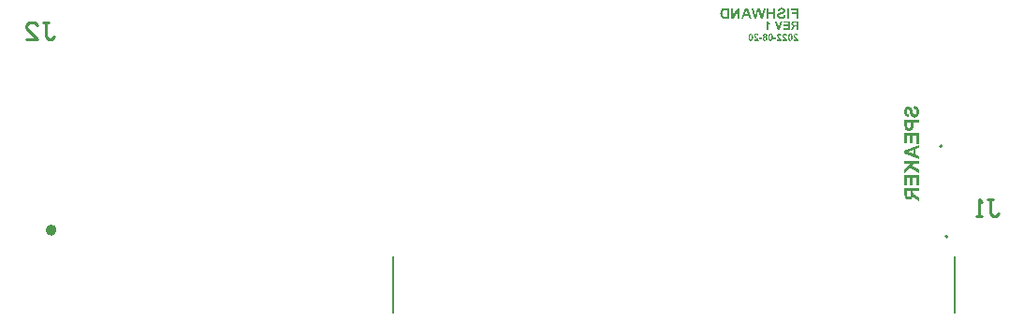
<source format=gbo>
G04*
G04 #@! TF.GenerationSoftware,Altium Limited,CircuitStudio,1.5.2 (30)*
G04*
G04 Layer_Color=13948096*
%FSLAX44Y44*%
%MOMM*%
G71*
G01*
G75*
%ADD61C,0.2540*%
%ADD62C,0.2000*%
%ADD66C,0.5000*%
G36*
X970028Y841936D02*
X968086D01*
Y846013D01*
X964078D01*
Y847635D01*
X968086D01*
Y849910D01*
X963440D01*
Y851533D01*
X970028D01*
Y841936D01*
D02*
G37*
G36*
X938144D02*
X936036D01*
X934122Y849106D01*
X932236Y841936D01*
X930142D01*
X927826Y851533D01*
X929782D01*
X931252Y844820D01*
X932916Y851533D01*
X935246D01*
X936993Y844931D01*
X938436Y851533D01*
X940419D01*
X938144Y841936D01*
D02*
G37*
G36*
X927798D02*
X925746D01*
X924956Y844113D01*
X921100D01*
X920268Y841936D01*
X918174D01*
X922029Y851533D01*
X924082D01*
X927798Y841936D01*
D02*
G37*
G36*
X961901D02*
X959959D01*
Y851533D01*
X961901D01*
Y841936D01*
D02*
G37*
G36*
X962280Y831930D02*
X956442D01*
Y833229D01*
X960726D01*
Y835316D01*
X956874D01*
Y836614D01*
X960726D01*
Y838313D01*
X956586D01*
Y839611D01*
X962280D01*
Y831930D01*
D02*
G37*
G36*
X970028D02*
X968474D01*
Y835138D01*
X967974D01*
X967819Y835127D01*
X967686Y835116D01*
X967575Y835094D01*
X967486Y835082D01*
X967430Y835060D01*
X967397Y835049D01*
X967386D01*
X967297Y835005D01*
X967208Y834960D01*
X967131Y834905D01*
X967053Y834861D01*
X966998Y834805D01*
X966953Y834761D01*
X966931Y834738D01*
X966920Y834727D01*
X966876Y834672D01*
X966820Y834616D01*
X966698Y834450D01*
X966565Y834272D01*
X966420Y834072D01*
X966298Y833895D01*
X966243Y833806D01*
X966198Y833739D01*
X966154Y833684D01*
X966121Y833640D01*
X966110Y833606D01*
X966098Y833595D01*
X964988Y831930D01*
X963124D01*
X964067Y833429D01*
X964167Y833584D01*
X964267Y833739D01*
X964356Y833873D01*
X964445Y833995D01*
X964522Y834106D01*
X964589Y834217D01*
X964722Y834383D01*
X964822Y834516D01*
X964889Y834605D01*
X964944Y834661D01*
X964955Y834672D01*
X965077Y834805D01*
X965222Y834927D01*
X965355Y835027D01*
X965488Y835127D01*
X965599Y835205D01*
X965688Y835260D01*
X965754Y835304D01*
X965766Y835316D01*
X965777D01*
X965588Y835349D01*
X965421Y835393D01*
X965266Y835438D01*
X965111Y835493D01*
X964977Y835549D01*
X964855Y835604D01*
X964733Y835660D01*
X964633Y835726D01*
X964545Y835782D01*
X964467Y835837D01*
X964400Y835893D01*
X964356Y835937D01*
X964311Y835971D01*
X964278Y836004D01*
X964267Y836015D01*
X964256Y836026D01*
X964167Y836137D01*
X964089Y836248D01*
X963956Y836492D01*
X963867Y836725D01*
X963812Y836958D01*
X963767Y837158D01*
X963756Y837236D01*
Y837314D01*
X963745Y837369D01*
Y837424D01*
Y837447D01*
Y837458D01*
X963756Y837702D01*
X963801Y837935D01*
X963856Y838135D01*
X963912Y838313D01*
X963978Y838457D01*
X964034Y838568D01*
X964056Y838601D01*
X964078Y838634D01*
X964089Y838645D01*
Y838657D01*
X964223Y838845D01*
X964367Y839001D01*
X964511Y839123D01*
X964656Y839234D01*
X964789Y839300D01*
X964889Y839356D01*
X964955Y839389D01*
X964966Y839400D01*
X964977D01*
X965088Y839434D01*
X965210Y839467D01*
X965488Y839522D01*
X965788Y839556D01*
X966076Y839589D01*
X966221D01*
X966343Y839600D01*
X966465D01*
X966565Y839611D01*
X970028D01*
Y831930D01*
D02*
G37*
G36*
X917134Y841936D02*
X915345D01*
Y848260D01*
X911448Y841936D01*
X909506D01*
Y851533D01*
X911295D01*
Y845070D01*
X915262Y851533D01*
X917134D01*
Y841936D01*
D02*
G37*
G36*
X949156D02*
X947214D01*
Y846138D01*
X943428D01*
Y841936D01*
X941487D01*
Y851533D01*
X943428D01*
Y847760D01*
X947214D01*
Y851533D01*
X949156D01*
Y841936D01*
D02*
G37*
G36*
X907454D02*
X903820D01*
X903446Y841949D01*
X903099Y841963D01*
X902808Y841991D01*
X902572Y842033D01*
X902378Y842074D01*
X902225Y842102D01*
X902184Y842116D01*
X902142D01*
X902128Y842130D01*
X902114D01*
X901809Y842241D01*
X901532Y842365D01*
X901310Y842490D01*
X901116Y842615D01*
X900963Y842726D01*
X900852Y842809D01*
X900783Y842865D01*
X900755Y842893D01*
X900519Y843156D01*
X900311Y843433D01*
X900131Y843725D01*
X899992Y843988D01*
X899881Y844238D01*
X899826Y844335D01*
X899798Y844418D01*
X899771Y844501D01*
X899743Y844557D01*
X899729Y844585D01*
Y844598D01*
X899632Y844931D01*
X899549Y845278D01*
X899493Y845611D01*
X899465Y845930D01*
X899452Y846082D01*
X899438Y846221D01*
Y846332D01*
X899424Y846443D01*
Y846526D01*
Y846581D01*
Y846623D01*
Y846637D01*
X899438Y847122D01*
X899479Y847552D01*
X899493Y847760D01*
X899521Y847941D01*
X899549Y848121D01*
X899576Y848273D01*
X899618Y848412D01*
X899646Y848537D01*
X899673Y848648D01*
X899687Y848731D01*
X899715Y848801D01*
X899729Y848856D01*
X899743Y848884D01*
Y848898D01*
X899868Y849230D01*
X900020Y849536D01*
X900173Y849799D01*
X900325Y850021D01*
X900450Y850201D01*
X900561Y850340D01*
X900630Y850423D01*
X900644Y850451D01*
X900658D01*
X900894Y850673D01*
X901130Y850853D01*
X901379Y851006D01*
X901601Y851130D01*
X901795Y851227D01*
X901962Y851297D01*
X902017Y851311D01*
X902059Y851324D01*
X902086Y851338D01*
X902100D01*
X902364Y851408D01*
X902655Y851449D01*
X902960Y851491D01*
X903251Y851505D01*
X903515Y851519D01*
X903626Y851533D01*
X907454D01*
Y841936D01*
D02*
G37*
G36*
X1079037Y710904D02*
X1075167D01*
X1073019Y708812D01*
X1079037Y705275D01*
Y701923D01*
X1071223Y707016D01*
X1066224Y702164D01*
Y705645D01*
X1071927Y710904D01*
X1066224D01*
Y713496D01*
X1079037D01*
Y710904D01*
D02*
G37*
G36*
Y724995D02*
X1076130Y723940D01*
Y718792D01*
X1079037Y717681D01*
Y714885D01*
X1066224Y720033D01*
Y722773D01*
X1079037Y727736D01*
Y724995D01*
D02*
G37*
G36*
Y686036D02*
X1073686D01*
Y685518D01*
Y685203D01*
X1073704Y684944D01*
X1073723Y684722D01*
X1073760Y684536D01*
X1073778Y684388D01*
X1073815Y684296D01*
X1073834Y684240D01*
Y684222D01*
X1073908Y684073D01*
X1073982Y683925D01*
X1074075Y683796D01*
X1074149Y683666D01*
X1074241Y683574D01*
X1074315Y683499D01*
X1074352Y683462D01*
X1074371Y683444D01*
X1074463Y683370D01*
X1074556Y683277D01*
X1074834Y683074D01*
X1075130Y682851D01*
X1075463Y682611D01*
X1075760Y682407D01*
X1075908Y682314D01*
X1076019Y682240D01*
X1076111Y682166D01*
X1076186Y682111D01*
X1076241Y682092D01*
X1076260Y682074D01*
X1079037Y680222D01*
Y677111D01*
X1076537Y678685D01*
X1076278Y678852D01*
X1076019Y679018D01*
X1075797Y679166D01*
X1075593Y679315D01*
X1075408Y679444D01*
X1075223Y679555D01*
X1074945Y679778D01*
X1074723Y679944D01*
X1074575Y680055D01*
X1074482Y680148D01*
X1074463Y680166D01*
X1074241Y680370D01*
X1074038Y680611D01*
X1073871Y680833D01*
X1073704Y681055D01*
X1073575Y681240D01*
X1073482Y681388D01*
X1073408Y681500D01*
X1073390Y681518D01*
Y681537D01*
X1073334Y681222D01*
X1073260Y680944D01*
X1073186Y680685D01*
X1073093Y680426D01*
X1073001Y680203D01*
X1072908Y680000D01*
X1072815Y679796D01*
X1072704Y679630D01*
X1072612Y679481D01*
X1072519Y679352D01*
X1072427Y679241D01*
X1072353Y679166D01*
X1072297Y679092D01*
X1072241Y679037D01*
X1072223Y679018D01*
X1072204Y679000D01*
X1072019Y678852D01*
X1071834Y678722D01*
X1071427Y678500D01*
X1071038Y678352D01*
X1070649Y678259D01*
X1070316Y678185D01*
X1070186Y678167D01*
X1070057D01*
X1069964Y678148D01*
X1069816D01*
X1069408Y678167D01*
X1069020Y678241D01*
X1068686Y678333D01*
X1068390Y678426D01*
X1068149Y678537D01*
X1067964Y678630D01*
X1067909Y678667D01*
X1067853Y678704D01*
X1067834Y678722D01*
X1067816D01*
X1067501Y678944D01*
X1067242Y679185D01*
X1067038Y679426D01*
X1066853Y679667D01*
X1066742Y679889D01*
X1066649Y680055D01*
X1066594Y680166D01*
X1066575Y680185D01*
Y680203D01*
X1066520Y680389D01*
X1066464Y680592D01*
X1066372Y681055D01*
X1066316Y681555D01*
X1066261Y682037D01*
Y682277D01*
X1066242Y682481D01*
Y682685D01*
X1066224Y682851D01*
Y682981D01*
Y683092D01*
Y683166D01*
Y683185D01*
Y688628D01*
X1079037D01*
Y686036D01*
D02*
G37*
G36*
Y690832D02*
X1076871D01*
Y697979D01*
X1073390D01*
Y691554D01*
X1071223D01*
Y697979D01*
X1068390D01*
Y691073D01*
X1066224D01*
Y700572D01*
X1079037D01*
Y690832D01*
D02*
G37*
G36*
X1075260Y762880D02*
X1075630Y762806D01*
X1075982Y762695D01*
X1076297Y762602D01*
X1076593Y762473D01*
X1076871Y762343D01*
X1077111Y762214D01*
X1077334Y762084D01*
X1077519Y761954D01*
X1077685Y761825D01*
X1077833Y761713D01*
X1077963Y761602D01*
X1078056Y761528D01*
X1078111Y761454D01*
X1078148Y761417D01*
X1078167Y761399D01*
X1078370Y761140D01*
X1078537Y760862D01*
X1078685Y760565D01*
X1078815Y760251D01*
X1078907Y759955D01*
X1079000Y759640D01*
X1079130Y759029D01*
X1079185Y758751D01*
X1079222Y758492D01*
X1079241Y758270D01*
X1079259Y758066D01*
X1079278Y757899D01*
Y757769D01*
Y757677D01*
Y757658D01*
X1079259Y757066D01*
X1079204Y756529D01*
X1079130Y756048D01*
X1079093Y755844D01*
X1079037Y755640D01*
X1079000Y755473D01*
X1078963Y755325D01*
X1078926Y755196D01*
X1078889Y755085D01*
X1078852Y754992D01*
X1078833Y754937D01*
X1078815Y754899D01*
Y754881D01*
X1078611Y754473D01*
X1078389Y754140D01*
X1078167Y753826D01*
X1077926Y753585D01*
X1077722Y753400D01*
X1077537Y753251D01*
X1077426Y753177D01*
X1077408Y753140D01*
X1077389D01*
X1077019Y752937D01*
X1076667Y752770D01*
X1076315Y752659D01*
X1075982Y752585D01*
X1075723Y752548D01*
X1075593Y752529D01*
X1075500Y752511D01*
X1075315D01*
X1074871Y752529D01*
X1074482Y752585D01*
X1074130Y752677D01*
X1073834Y752770D01*
X1073593Y752863D01*
X1073427Y752955D01*
X1073315Y753011D01*
X1073278Y753029D01*
X1072982Y753233D01*
X1072723Y753474D01*
X1072501Y753714D01*
X1072316Y753937D01*
X1072167Y754140D01*
X1072056Y754307D01*
X1071982Y754418D01*
X1071964Y754436D01*
Y754455D01*
X1071871Y754640D01*
X1071778Y754825D01*
X1071612Y755270D01*
X1071464Y755733D01*
X1071316Y756177D01*
X1071260Y756381D01*
X1071205Y756584D01*
X1071149Y756770D01*
X1071112Y756918D01*
X1071075Y757047D01*
X1071056Y757140D01*
X1071038Y757214D01*
Y757233D01*
X1070945Y757566D01*
X1070871Y757862D01*
X1070797Y758140D01*
X1070723Y758399D01*
X1070649Y758603D01*
X1070575Y758806D01*
X1070501Y758973D01*
X1070445Y759121D01*
X1070390Y759251D01*
X1070334Y759343D01*
X1070297Y759436D01*
X1070260Y759492D01*
X1070205Y759584D01*
X1070186Y759603D01*
X1070057Y759732D01*
X1069927Y759825D01*
X1069797Y759880D01*
X1069668Y759917D01*
X1069575Y759955D01*
X1069482Y759973D01*
X1069408D01*
X1069223Y759955D01*
X1069075Y759917D01*
X1068927Y759843D01*
X1068816Y759769D01*
X1068723Y759695D01*
X1068668Y759621D01*
X1068631Y759584D01*
X1068612Y759566D01*
X1068446Y759306D01*
X1068334Y759029D01*
X1068242Y758732D01*
X1068186Y758455D01*
X1068149Y758214D01*
X1068131Y758010D01*
Y757936D01*
Y757881D01*
Y757844D01*
Y757825D01*
X1068149Y757436D01*
X1068205Y757103D01*
X1068279Y756825D01*
X1068353Y756603D01*
X1068427Y756418D01*
X1068501Y756288D01*
X1068557Y756214D01*
X1068575Y756196D01*
X1068760Y756010D01*
X1068982Y755844D01*
X1069205Y755714D01*
X1069445Y755622D01*
X1069649Y755547D01*
X1069816Y755510D01*
X1069945Y755473D01*
X1069982D01*
X1069890Y752881D01*
X1069557Y752900D01*
X1069260Y752955D01*
X1068964Y753029D01*
X1068705Y753122D01*
X1068446Y753214D01*
X1068205Y753326D01*
X1068001Y753437D01*
X1067797Y753548D01*
X1067631Y753677D01*
X1067483Y753788D01*
X1067353Y753900D01*
X1067242Y753992D01*
X1067168Y754066D01*
X1067112Y754122D01*
X1067075Y754159D01*
X1067057Y754177D01*
X1066872Y754418D01*
X1066705Y754677D01*
X1066557Y754955D01*
X1066427Y755251D01*
X1066335Y755547D01*
X1066242Y755844D01*
X1066112Y756436D01*
X1066075Y756714D01*
X1066038Y756955D01*
X1066020Y757196D01*
X1066001Y757399D01*
X1065983Y757566D01*
Y757677D01*
Y757751D01*
Y757788D01*
X1066001Y758325D01*
X1066057Y758806D01*
X1066131Y759232D01*
X1066205Y759603D01*
X1066261Y759769D01*
X1066298Y759917D01*
X1066335Y760029D01*
X1066372Y760140D01*
X1066409Y760214D01*
X1066427Y760269D01*
X1066446Y760306D01*
Y760325D01*
X1066631Y760695D01*
X1066835Y761010D01*
X1067057Y761288D01*
X1067261Y761510D01*
X1067446Y761695D01*
X1067594Y761806D01*
X1067705Y761899D01*
X1067723Y761917D01*
X1067742D01*
X1068057Y762102D01*
X1068390Y762232D01*
X1068705Y762325D01*
X1068982Y762380D01*
X1069223Y762417D01*
X1069408Y762454D01*
X1069575D01*
X1069853Y762436D01*
X1070130Y762399D01*
X1070371Y762343D01*
X1070612Y762269D01*
X1071056Y762084D01*
X1071445Y761862D01*
X1071612Y761769D01*
X1071741Y761658D01*
X1071871Y761565D01*
X1071982Y761473D01*
X1072056Y761399D01*
X1072112Y761343D01*
X1072149Y761306D01*
X1072167Y761288D01*
X1072297Y761121D01*
X1072427Y760917D01*
X1072556Y760714D01*
X1072667Y760473D01*
X1072889Y760010D01*
X1073075Y759529D01*
X1073149Y759288D01*
X1073223Y759084D01*
X1073278Y758880D01*
X1073334Y758714D01*
X1073371Y758584D01*
X1073408Y758473D01*
X1073427Y758399D01*
Y758381D01*
X1073501Y758084D01*
X1073575Y757825D01*
X1073630Y757584D01*
X1073686Y757362D01*
X1073741Y757177D01*
X1073778Y757010D01*
X1073834Y756862D01*
X1073871Y756733D01*
X1073889Y756621D01*
X1073926Y756529D01*
X1073963Y756399D01*
X1074000Y756325D01*
Y756307D01*
X1074093Y756066D01*
X1074186Y755881D01*
X1074278Y755714D01*
X1074371Y755584D01*
X1074445Y755492D01*
X1074501Y755436D01*
X1074538Y755399D01*
X1074556Y755381D01*
X1074686Y755288D01*
X1074815Y755214D01*
X1074945Y755177D01*
X1075056Y755140D01*
X1075167Y755122D01*
X1075260Y755103D01*
X1075334D01*
X1075593Y755122D01*
X1075815Y755196D01*
X1076037Y755307D01*
X1076223Y755418D01*
X1076371Y755547D01*
X1076482Y755640D01*
X1076556Y755714D01*
X1076574Y755751D01*
X1076741Y756010D01*
X1076871Y756307D01*
X1076963Y756621D01*
X1077019Y756918D01*
X1077056Y757196D01*
X1077093Y757418D01*
Y757510D01*
Y757566D01*
Y757603D01*
Y757621D01*
X1077074Y758047D01*
X1077000Y758418D01*
X1076908Y758732D01*
X1076796Y759010D01*
X1076685Y759232D01*
X1076593Y759380D01*
X1076519Y759473D01*
X1076500Y759510D01*
X1076241Y759751D01*
X1075963Y759936D01*
X1075648Y760103D01*
X1075334Y760214D01*
X1075056Y760306D01*
X1074834Y760380D01*
X1074760Y760399D01*
X1074686D01*
X1074649Y760417D01*
X1074630D01*
X1074871Y762936D01*
X1075260Y762880D01*
D02*
G37*
G36*
X955161Y851699D02*
X955521Y851657D01*
X955840Y851602D01*
X956118Y851546D01*
X956243Y851505D01*
X956354Y851477D01*
X956437Y851449D01*
X956520Y851422D01*
X956575Y851394D01*
X956617Y851380D01*
X956645Y851366D01*
X956659D01*
X956936Y851227D01*
X957172Y851075D01*
X957380Y850909D01*
X957546Y850756D01*
X957685Y850617D01*
X957768Y850506D01*
X957838Y850423D01*
X957851Y850409D01*
Y850395D01*
X957990Y850160D01*
X958087Y849910D01*
X958157Y849674D01*
X958198Y849466D01*
X958226Y849286D01*
X958253Y849147D01*
Y849092D01*
Y849050D01*
Y849036D01*
Y849022D01*
X958240Y848814D01*
X958212Y848606D01*
X958170Y848426D01*
X958115Y848246D01*
X957976Y847913D01*
X957810Y847622D01*
X957740Y847497D01*
X957657Y847400D01*
X957588Y847303D01*
X957518Y847219D01*
X957463Y847164D01*
X957421Y847122D01*
X957394Y847095D01*
X957380Y847081D01*
X957255Y846984D01*
X957103Y846887D01*
X956950Y846790D01*
X956770Y846706D01*
X956423Y846540D01*
X956062Y846401D01*
X955882Y846346D01*
X955730Y846290D01*
X955577Y846249D01*
X955452Y846207D01*
X955355Y846179D01*
X955272Y846152D01*
X955216Y846138D01*
X955202D01*
X954981Y846082D01*
X954786Y846027D01*
X954606Y845985D01*
X954440Y845944D01*
X954301Y845902D01*
X954176Y845874D01*
X954065Y845833D01*
X953968Y845805D01*
X953885Y845791D01*
X953816Y845763D01*
X953719Y845736D01*
X953663Y845708D01*
X953649D01*
X953469Y845639D01*
X953330Y845569D01*
X953205Y845500D01*
X953108Y845431D01*
X953039Y845375D01*
X952997Y845333D01*
X952970Y845306D01*
X952956Y845292D01*
X952887Y845195D01*
X952831Y845098D01*
X952803Y845001D01*
X952775Y844917D01*
X952762Y844834D01*
X952748Y844765D01*
Y844723D01*
Y844709D01*
X952762Y844515D01*
X952817Y844349D01*
X952900Y844182D01*
X952983Y844044D01*
X953081Y843933D01*
X953150Y843849D01*
X953205Y843794D01*
X953233Y843780D01*
X953427Y843655D01*
X953649Y843558D01*
X953885Y843489D01*
X954107Y843447D01*
X954315Y843419D01*
X954481Y843392D01*
X954634D01*
X954953Y843406D01*
X955230Y843461D01*
X955466Y843531D01*
X955674Y843614D01*
X955840Y843697D01*
X955951Y843766D01*
X956021Y843822D01*
X956049Y843836D01*
X956229Y844030D01*
X956367Y844238D01*
X956492Y844473D01*
X956575Y844709D01*
X956645Y844917D01*
X956700Y845084D01*
X956714Y845139D01*
Y845195D01*
X956728Y845222D01*
Y845236D01*
X958614Y845056D01*
X958572Y844765D01*
X958517Y844487D01*
X958434Y844224D01*
X958364Y843988D01*
X958267Y843766D01*
X958170Y843558D01*
X958073Y843378D01*
X957976Y843212D01*
X957879Y843073D01*
X957782Y842948D01*
X957699Y842837D01*
X957616Y842740D01*
X957560Y842671D01*
X957505Y842629D01*
X957477Y842601D01*
X957463Y842587D01*
X957269Y842435D01*
X957061Y842310D01*
X956839Y842199D01*
X956603Y842102D01*
X956381Y842033D01*
X956145Y841963D01*
X955688Y841866D01*
X955480Y841825D01*
X955286Y841797D01*
X955119Y841783D01*
X954967Y841769D01*
X954842Y841755D01*
X954662D01*
X954218Y841769D01*
X953816Y841811D01*
X953455Y841866D01*
X953303Y841894D01*
X953150Y841936D01*
X953025Y841963D01*
X952914Y841991D01*
X952817Y842019D01*
X952734Y842047D01*
X952665Y842074D01*
X952623Y842088D01*
X952595Y842102D01*
X952581D01*
X952276Y842255D01*
X952027Y842421D01*
X951791Y842587D01*
X951611Y842768D01*
X951472Y842920D01*
X951361Y843059D01*
X951305Y843142D01*
X951278Y843156D01*
Y843170D01*
X951125Y843447D01*
X951000Y843711D01*
X950917Y843974D01*
X950862Y844224D01*
X950834Y844418D01*
X950820Y844515D01*
X950806Y844585D01*
Y844640D01*
Y844682D01*
Y844709D01*
Y844723D01*
X950820Y845056D01*
X950862Y845347D01*
X950931Y845611D01*
X951000Y845833D01*
X951070Y846013D01*
X951139Y846138D01*
X951181Y846221D01*
X951195Y846249D01*
X951347Y846471D01*
X951527Y846665D01*
X951708Y846831D01*
X951874Y846970D01*
X952027Y847081D01*
X952151Y847164D01*
X952235Y847219D01*
X952249Y847233D01*
X952262D01*
X952401Y847303D01*
X952540Y847372D01*
X952873Y847497D01*
X953219Y847608D01*
X953552Y847719D01*
X953705Y847760D01*
X953857Y847802D01*
X953996Y847844D01*
X954107Y847871D01*
X954204Y847899D01*
X954273Y847913D01*
X954329Y847927D01*
X954343D01*
X954592Y847996D01*
X954814Y848052D01*
X955022Y848107D01*
X955216Y848163D01*
X955369Y848218D01*
X955521Y848273D01*
X955646Y848329D01*
X955757Y848371D01*
X955854Y848412D01*
X955924Y848454D01*
X955993Y848482D01*
X956035Y848509D01*
X956104Y848551D01*
X956118Y848565D01*
X956215Y848662D01*
X956284Y848759D01*
X956326Y848856D01*
X956354Y848953D01*
X956381Y849022D01*
X956395Y849092D01*
Y849133D01*
Y849147D01*
X956381Y849286D01*
X956354Y849397D01*
X956298Y849508D01*
X956243Y849591D01*
X956187Y849660D01*
X956132Y849702D01*
X956104Y849730D01*
X956090Y849743D01*
X955896Y849868D01*
X955688Y849952D01*
X955466Y850021D01*
X955258Y850062D01*
X955078Y850090D01*
X954925Y850104D01*
X954786D01*
X954495Y850090D01*
X954246Y850049D01*
X954037Y849993D01*
X953871Y849938D01*
X953732Y849882D01*
X953635Y849827D01*
X953580Y849785D01*
X953566Y849771D01*
X953427Y849633D01*
X953303Y849466D01*
X953205Y849300D01*
X953136Y849119D01*
X953081Y848967D01*
X953053Y848842D01*
X953025Y848745D01*
Y848731D01*
Y848717D01*
X951084Y848787D01*
X951097Y849036D01*
X951139Y849258D01*
X951195Y849480D01*
X951264Y849674D01*
X951333Y849868D01*
X951416Y850049D01*
X951500Y850201D01*
X951583Y850354D01*
X951680Y850479D01*
X951763Y850590D01*
X951846Y850687D01*
X951916Y850770D01*
X951971Y850825D01*
X952013Y850867D01*
X952040Y850895D01*
X952054Y850909D01*
X952235Y851047D01*
X952429Y851172D01*
X952637Y851283D01*
X952859Y851380D01*
X953081Y851449D01*
X953303Y851519D01*
X953746Y851616D01*
X953954Y851644D01*
X954135Y851671D01*
X954315Y851685D01*
X954467Y851699D01*
X954592Y851713D01*
X954759D01*
X955161Y851699D01*
D02*
G37*
G36*
X1079037Y728624D02*
X1076871D01*
Y735772D01*
X1073390D01*
Y729346D01*
X1071223D01*
Y735772D01*
X1068390D01*
Y728865D01*
X1066224D01*
Y738364D01*
X1079037D01*
Y728624D01*
D02*
G37*
G36*
Y747715D02*
X1074204D01*
Y746030D01*
Y745715D01*
Y745419D01*
X1074186Y745141D01*
Y744882D01*
X1074167Y744641D01*
X1074149Y744419D01*
X1074130Y744215D01*
X1074112Y744049D01*
Y743882D01*
X1074093Y743752D01*
X1074075Y743623D01*
X1074056Y743530D01*
Y743456D01*
X1074038Y743401D01*
Y743382D01*
Y743364D01*
X1073963Y743104D01*
X1073871Y742864D01*
X1073778Y742641D01*
X1073667Y742438D01*
X1073575Y742271D01*
X1073501Y742141D01*
X1073445Y742067D01*
X1073427Y742030D01*
X1073241Y741790D01*
X1073038Y741586D01*
X1072815Y741382D01*
X1072630Y741234D01*
X1072445Y741105D01*
X1072297Y741012D01*
X1072204Y740956D01*
X1072167Y740938D01*
X1071853Y740790D01*
X1071519Y740679D01*
X1071168Y740605D01*
X1070853Y740549D01*
X1070593Y740512D01*
X1070464D01*
X1070371Y740493D01*
X1070168D01*
X1069631Y740530D01*
X1069131Y740605D01*
X1068723Y740734D01*
X1068353Y740864D01*
X1068205Y740938D01*
X1068075Y741012D01*
X1067964Y741068D01*
X1067853Y741142D01*
X1067779Y741179D01*
X1067723Y741216D01*
X1067705Y741253D01*
X1067686D01*
X1067353Y741549D01*
X1067075Y741845D01*
X1066853Y742160D01*
X1066686Y742438D01*
X1066575Y742697D01*
X1066483Y742901D01*
X1066464Y742975D01*
X1066446Y743030D01*
X1066427Y743067D01*
Y743086D01*
X1066390Y743234D01*
X1066353Y743419D01*
X1066335Y743641D01*
X1066316Y743864D01*
X1066279Y744382D01*
X1066242Y744901D01*
Y745141D01*
Y745382D01*
X1066224Y745586D01*
Y745789D01*
Y745937D01*
Y746049D01*
Y746141D01*
Y746160D01*
Y750307D01*
X1079037D01*
Y747715D01*
D02*
G37*
G36*
X953156Y831930D02*
X951480D01*
X948749Y839611D01*
X950403D01*
X952279Y833928D01*
X954233Y839611D01*
X955909D01*
X953156Y831930D01*
D02*
G37*
G36*
X953007Y828361D02*
X953155Y828352D01*
X953441Y828306D01*
X953682Y828232D01*
X953792Y828195D01*
X953894Y828149D01*
X953987Y828112D01*
X954061Y828065D01*
X954135Y828028D01*
X954190Y828001D01*
X954236Y827964D01*
X954264Y827945D01*
X954283Y827936D01*
X954292Y827927D01*
X954393Y827834D01*
X954486Y827742D01*
X954569Y827631D01*
X954643Y827511D01*
X954754Y827270D01*
X954846Y827039D01*
X954874Y826919D01*
X954902Y826817D01*
X954930Y826725D01*
X954939Y826642D01*
X954958Y826568D01*
Y826521D01*
X954967Y826485D01*
Y826475D01*
X953746Y826355D01*
X953728Y826540D01*
X953691Y826697D01*
X953654Y826836D01*
X953608Y826937D01*
X953571Y827021D01*
X953534Y827076D01*
X953506Y827113D01*
X953497Y827122D01*
X953404Y827196D01*
X953303Y827252D01*
X953201Y827298D01*
X953099Y827326D01*
X953016Y827344D01*
X952942Y827354D01*
X952877D01*
X952738Y827344D01*
X952618Y827317D01*
X952517Y827280D01*
X952424Y827243D01*
X952359Y827206D01*
X952304Y827169D01*
X952276Y827141D01*
X952267Y827132D01*
X952193Y827039D01*
X952138Y826937D01*
X952101Y826836D01*
X952073Y826734D01*
X952054Y826642D01*
X952045Y826558D01*
Y826512D01*
Y826503D01*
Y826494D01*
X952054Y826355D01*
X952082Y826226D01*
X952128Y826096D01*
X952175Y825985D01*
X952221Y825883D01*
X952267Y825809D01*
X952295Y825763D01*
X952304Y825745D01*
X952341Y825689D01*
X952396Y825625D01*
X952470Y825541D01*
X952544Y825467D01*
X952711Y825292D01*
X952877Y825116D01*
X953044Y824950D01*
X953118Y824876D01*
X953192Y824820D01*
X953247Y824765D01*
X953284Y824728D01*
X953312Y824700D01*
X953321Y824691D01*
X953506Y824515D01*
X953672Y824349D01*
X953829Y824192D01*
X953968Y824053D01*
X954098Y823914D01*
X954209Y823785D01*
X954310Y823674D01*
X954393Y823563D01*
X954467Y823470D01*
X954532Y823387D01*
X954588Y823323D01*
X954625Y823258D01*
X954662Y823221D01*
X954680Y823184D01*
X954699Y823165D01*
Y823156D01*
X954819Y822943D01*
X954911Y822721D01*
X954985Y822518D01*
X955041Y822333D01*
X955078Y822167D01*
X955087Y822102D01*
X955096Y822047D01*
X955105Y822000D01*
X955115Y821963D01*
Y821945D01*
Y821936D01*
X950815D01*
Y823073D01*
X953256D01*
X953182Y823193D01*
X953099Y823295D01*
X953062Y823341D01*
X953034Y823378D01*
X953016Y823396D01*
X953007Y823406D01*
X952970Y823443D01*
X952933Y823489D01*
X952822Y823591D01*
X952701Y823711D01*
X952581Y823831D01*
X952461Y823942D01*
X952359Y824034D01*
X952322Y824071D01*
X952295Y824099D01*
X952276Y824108D01*
X952267Y824118D01*
X952064Y824312D01*
X951897Y824469D01*
X951758Y824617D01*
X951648Y824728D01*
X951564Y824820D01*
X951509Y824885D01*
X951472Y824931D01*
X951463Y824940D01*
X951342Y825098D01*
X951241Y825246D01*
X951158Y825384D01*
X951093Y825504D01*
X951037Y825606D01*
X951000Y825689D01*
X950982Y825736D01*
X950973Y825754D01*
X950917Y825902D01*
X950880Y826050D01*
X950852Y826189D01*
X950834Y826318D01*
X950825Y826420D01*
X950815Y826503D01*
Y826558D01*
Y826577D01*
X950825Y826716D01*
X950843Y826854D01*
X950862Y826984D01*
X950899Y827104D01*
X950991Y827317D01*
X951084Y827502D01*
X951139Y827585D01*
X951185Y827649D01*
X951232Y827714D01*
X951278Y827760D01*
X951315Y827797D01*
X951333Y827834D01*
X951352Y827844D01*
X951361Y827853D01*
X951463Y827945D01*
X951583Y828028D01*
X951694Y828093D01*
X951823Y828149D01*
X952064Y828241D01*
X952304Y828306D01*
X952415Y828324D01*
X952517Y828343D01*
X952609Y828352D01*
X952692Y828361D01*
X952757Y828371D01*
X952850D01*
X953007Y828361D01*
D02*
G37*
G36*
X963001D02*
X963158Y828343D01*
X963316Y828306D01*
X963454Y828269D01*
X963584Y828213D01*
X963704Y828158D01*
X963805Y828102D01*
X963907Y828038D01*
X963990Y827973D01*
X964074Y827917D01*
X964138Y827862D01*
X964185Y827807D01*
X964231Y827770D01*
X964258Y827733D01*
X964277Y827714D01*
X964286Y827705D01*
X964397Y827548D01*
X964490Y827363D01*
X964573Y827169D01*
X964647Y826965D01*
X964702Y826753D01*
X964758Y826531D01*
X964795Y826318D01*
X964832Y826105D01*
X964850Y825902D01*
X964869Y825717D01*
X964887Y825541D01*
X964896Y825394D01*
X964906Y825273D01*
Y825181D01*
Y825144D01*
Y825116D01*
Y825107D01*
Y825098D01*
X964896Y824765D01*
X964878Y824460D01*
X964850Y824173D01*
X964813Y823914D01*
X964776Y823683D01*
X964730Y823470D01*
X964675Y823286D01*
X964619Y823119D01*
X964573Y822980D01*
X964517Y822851D01*
X964471Y822749D01*
X964425Y822666D01*
X964397Y822610D01*
X964370Y822564D01*
X964351Y822537D01*
X964342Y822527D01*
X964231Y822398D01*
X964111Y822296D01*
X963990Y822195D01*
X963861Y822121D01*
X963741Y822047D01*
X963611Y821991D01*
X963491Y821945D01*
X963371Y821908D01*
X963260Y821871D01*
X963158Y821852D01*
X963066Y821834D01*
X962992Y821825D01*
X962927D01*
X962872Y821815D01*
X962835D01*
X962668Y821825D01*
X962511Y821843D01*
X962354Y821880D01*
X962215Y821917D01*
X962086Y821963D01*
X961966Y822019D01*
X961864Y822084D01*
X961762Y822148D01*
X961679Y822204D01*
X961596Y822269D01*
X961531Y822324D01*
X961476Y822370D01*
X961439Y822407D01*
X961411Y822444D01*
X961392Y822463D01*
X961383Y822472D01*
X961272Y822629D01*
X961180Y822814D01*
X961087Y823008D01*
X961023Y823221D01*
X960958Y823433D01*
X960912Y823646D01*
X960865Y823868D01*
X960828Y824081D01*
X960810Y824284D01*
X960791Y824469D01*
X960773Y824645D01*
X960764Y824792D01*
X960754Y824913D01*
Y825005D01*
Y825042D01*
Y825070D01*
Y825079D01*
Y825088D01*
X960764Y825421D01*
X960782Y825726D01*
X960810Y826004D01*
X960856Y826263D01*
X960902Y826503D01*
X960949Y826716D01*
X961013Y826910D01*
X961069Y827076D01*
X961124Y827233D01*
X961180Y827354D01*
X961235Y827465D01*
X961282Y827557D01*
X961328Y827622D01*
X961355Y827668D01*
X961374Y827696D01*
X961383Y827705D01*
X961485Y827825D01*
X961596Y827927D01*
X961716Y828010D01*
X961836Y828093D01*
X961956Y828158D01*
X962077Y828204D01*
X962188Y828250D01*
X962308Y828287D01*
X962419Y828315D01*
X962511Y828334D01*
X962604Y828352D01*
X962678Y828361D01*
X962742Y828371D01*
X962835D01*
X963001Y828361D01*
D02*
G37*
G36*
X957981D02*
X958129Y828352D01*
X958415Y828306D01*
X958656Y828232D01*
X958767Y828195D01*
X958868Y828149D01*
X958961Y828112D01*
X959035Y828065D01*
X959109Y828028D01*
X959164Y828001D01*
X959211Y827964D01*
X959238Y827945D01*
X959257Y827936D01*
X959266Y827927D01*
X959368Y827834D01*
X959460Y827742D01*
X959543Y827631D01*
X959617Y827511D01*
X959728Y827270D01*
X959821Y827039D01*
X959848Y826919D01*
X959876Y826817D01*
X959904Y826725D01*
X959913Y826642D01*
X959932Y826568D01*
Y826521D01*
X959941Y826485D01*
Y826475D01*
X958720Y826355D01*
X958702Y826540D01*
X958665Y826697D01*
X958628Y826836D01*
X958582Y826937D01*
X958545Y827021D01*
X958508Y827076D01*
X958480Y827113D01*
X958471Y827122D01*
X958378Y827196D01*
X958277Y827252D01*
X958175Y827298D01*
X958073Y827326D01*
X957990Y827344D01*
X957916Y827354D01*
X957851D01*
X957713Y827344D01*
X957592Y827317D01*
X957491Y827280D01*
X957398Y827243D01*
X957334Y827206D01*
X957278Y827169D01*
X957250Y827141D01*
X957241Y827132D01*
X957167Y827039D01*
X957112Y826937D01*
X957075Y826836D01*
X957047Y826734D01*
X957029Y826642D01*
X957019Y826558D01*
Y826512D01*
Y826503D01*
Y826494D01*
X957029Y826355D01*
X957056Y826226D01*
X957103Y826096D01*
X957149Y825985D01*
X957195Y825883D01*
X957241Y825809D01*
X957269Y825763D01*
X957278Y825745D01*
X957315Y825689D01*
X957371Y825625D01*
X957445Y825541D01*
X957518Y825467D01*
X957685Y825292D01*
X957851Y825116D01*
X958018Y824950D01*
X958092Y824876D01*
X958166Y824820D01*
X958221Y824765D01*
X958258Y824728D01*
X958286Y824700D01*
X958295Y824691D01*
X958480Y824515D01*
X958646Y824349D01*
X958804Y824192D01*
X958942Y824053D01*
X959072Y823914D01*
X959183Y823785D01*
X959284Y823674D01*
X959368Y823563D01*
X959442Y823470D01*
X959506Y823387D01*
X959562Y823323D01*
X959599Y823258D01*
X959636Y823221D01*
X959654Y823184D01*
X959673Y823165D01*
Y823156D01*
X959793Y822943D01*
X959885Y822721D01*
X959959Y822518D01*
X960015Y822333D01*
X960052Y822167D01*
X960061Y822102D01*
X960070Y822047D01*
X960079Y822000D01*
X960089Y821963D01*
Y821945D01*
Y821936D01*
X955790D01*
Y823073D01*
X958230D01*
X958157Y823193D01*
X958073Y823295D01*
X958036Y823341D01*
X958008Y823378D01*
X957990Y823396D01*
X957981Y823406D01*
X957944Y823443D01*
X957907Y823489D01*
X957796Y823591D01*
X957676Y823711D01*
X957555Y823831D01*
X957435Y823942D01*
X957334Y824034D01*
X957297Y824071D01*
X957269Y824099D01*
X957250Y824108D01*
X957241Y824118D01*
X957038Y824312D01*
X956871Y824469D01*
X956733Y824617D01*
X956622Y824728D01*
X956538Y824820D01*
X956483Y824885D01*
X956446Y824931D01*
X956437Y824940D01*
X956317Y825098D01*
X956215Y825246D01*
X956132Y825384D01*
X956067Y825504D01*
X956012Y825606D01*
X955975Y825689D01*
X955956Y825736D01*
X955947Y825754D01*
X955891Y825902D01*
X955854Y826050D01*
X955827Y826189D01*
X955808Y826318D01*
X955799Y826420D01*
X955790Y826503D01*
Y826558D01*
Y826577D01*
X955799Y826716D01*
X955817Y826854D01*
X955836Y826984D01*
X955873Y827104D01*
X955965Y827317D01*
X956058Y827502D01*
X956113Y827585D01*
X956159Y827649D01*
X956206Y827714D01*
X956252Y827760D01*
X956289Y827797D01*
X956307Y827834D01*
X956326Y827844D01*
X956335Y827853D01*
X956437Y827945D01*
X956557Y828028D01*
X956668Y828093D01*
X956797Y828149D01*
X957038Y828241D01*
X957278Y828306D01*
X957389Y828324D01*
X957491Y828343D01*
X957583Y828352D01*
X957666Y828361D01*
X957731Y828371D01*
X957824D01*
X957981Y828361D01*
D02*
G37*
G36*
X949863Y823646D02*
X947450D01*
Y824876D01*
X949863D01*
Y823646D01*
D02*
G37*
G36*
X936938D02*
X934525D01*
Y824876D01*
X936938D01*
Y823646D01*
D02*
G37*
G36*
X932130Y828361D02*
X932278Y828352D01*
X932565Y828306D01*
X932805Y828232D01*
X932916Y828195D01*
X933018Y828149D01*
X933110Y828112D01*
X933184Y828065D01*
X933258Y828028D01*
X933314Y828001D01*
X933360Y827964D01*
X933388Y827945D01*
X933406Y827936D01*
X933415Y827927D01*
X933517Y827834D01*
X933609Y827742D01*
X933693Y827631D01*
X933767Y827511D01*
X933877Y827270D01*
X933970Y827039D01*
X933998Y826919D01*
X934025Y826817D01*
X934053Y826725D01*
X934062Y826642D01*
X934081Y826568D01*
Y826521D01*
X934090Y826485D01*
Y826475D01*
X932870Y826355D01*
X932851Y826540D01*
X932814Y826697D01*
X932777Y826836D01*
X932731Y826937D01*
X932694Y827021D01*
X932657Y827076D01*
X932629Y827113D01*
X932620Y827122D01*
X932528Y827196D01*
X932426Y827252D01*
X932324Y827298D01*
X932223Y827326D01*
X932139Y827344D01*
X932065Y827354D01*
X932001D01*
X931862Y827344D01*
X931742Y827317D01*
X931640Y827280D01*
X931548Y827243D01*
X931483Y827206D01*
X931427Y827169D01*
X931400Y827141D01*
X931390Y827132D01*
X931317Y827039D01*
X931261Y826937D01*
X931224Y826836D01*
X931196Y826734D01*
X931178Y826642D01*
X931169Y826558D01*
Y826512D01*
Y826503D01*
Y826494D01*
X931178Y826355D01*
X931206Y826226D01*
X931252Y826096D01*
X931298Y825985D01*
X931344Y825883D01*
X931390Y825809D01*
X931418Y825763D01*
X931427Y825745D01*
X931464Y825689D01*
X931520Y825625D01*
X931594Y825541D01*
X931668Y825467D01*
X931834Y825292D01*
X932001Y825116D01*
X932167Y824950D01*
X932241Y824876D01*
X932315Y824820D01*
X932371Y824765D01*
X932408Y824728D01*
X932435Y824700D01*
X932444Y824691D01*
X932629Y824515D01*
X932796Y824349D01*
X932953Y824192D01*
X933092Y824053D01*
X933221Y823914D01*
X933332Y823785D01*
X933434Y823674D01*
X933517Y823563D01*
X933591Y823470D01*
X933656Y823387D01*
X933711Y823323D01*
X933748Y823258D01*
X933785Y823221D01*
X933803Y823184D01*
X933822Y823165D01*
Y823156D01*
X933942Y822943D01*
X934035Y822721D01*
X934109Y822518D01*
X934164Y822333D01*
X934201Y822167D01*
X934210Y822102D01*
X934220Y822047D01*
X934229Y822000D01*
X934238Y821963D01*
Y821945D01*
Y821936D01*
X929939D01*
Y823073D01*
X932380D01*
X932306Y823193D01*
X932223Y823295D01*
X932186Y823341D01*
X932158Y823378D01*
X932139Y823396D01*
X932130Y823406D01*
X932093Y823443D01*
X932056Y823489D01*
X931945Y823591D01*
X931825Y823711D01*
X931705Y823831D01*
X931585Y823942D01*
X931483Y824034D01*
X931446Y824071D01*
X931418Y824099D01*
X931400Y824108D01*
X931390Y824118D01*
X931187Y824312D01*
X931021Y824469D01*
X930882Y824617D01*
X930771Y824728D01*
X930688Y824820D01*
X930632Y824885D01*
X930595Y824931D01*
X930586Y824940D01*
X930466Y825098D01*
X930364Y825246D01*
X930281Y825384D01*
X930216Y825504D01*
X930161Y825606D01*
X930124Y825689D01*
X930105Y825736D01*
X930096Y825754D01*
X930041Y825902D01*
X930004Y826050D01*
X929976Y826189D01*
X929957Y826318D01*
X929948Y826420D01*
X929939Y826503D01*
Y826558D01*
Y826577D01*
X929948Y826716D01*
X929967Y826854D01*
X929985Y826984D01*
X930022Y827104D01*
X930115Y827317D01*
X930207Y827502D01*
X930263Y827585D01*
X930309Y827649D01*
X930355Y827714D01*
X930401Y827760D01*
X930438Y827797D01*
X930457Y827834D01*
X930475Y827844D01*
X930484Y827853D01*
X930586Y827945D01*
X930706Y828028D01*
X930817Y828093D01*
X930947Y828149D01*
X931187Y828241D01*
X931427Y828306D01*
X931538Y828324D01*
X931640Y828343D01*
X931732Y828352D01*
X931816Y828361D01*
X931880Y828371D01*
X931973D01*
X932130Y828361D01*
D02*
G37*
G36*
X927202D02*
X927359Y828343D01*
X927516Y828306D01*
X927655Y828269D01*
X927785Y828213D01*
X927905Y828158D01*
X928007Y828102D01*
X928108Y828038D01*
X928192Y827973D01*
X928275Y827917D01*
X928339Y827862D01*
X928386Y827807D01*
X928432Y827770D01*
X928460Y827733D01*
X928478Y827714D01*
X928487Y827705D01*
X928598Y827548D01*
X928691Y827363D01*
X928774Y827169D01*
X928848Y826965D01*
X928903Y826753D01*
X928959Y826531D01*
X928996Y826318D01*
X929033Y826105D01*
X929051Y825902D01*
X929070Y825717D01*
X929088Y825541D01*
X929098Y825394D01*
X929107Y825273D01*
Y825181D01*
Y825144D01*
Y825116D01*
Y825107D01*
Y825098D01*
X929098Y824765D01*
X929079Y824460D01*
X929051Y824173D01*
X929014Y823914D01*
X928977Y823683D01*
X928931Y823470D01*
X928876Y823286D01*
X928820Y823119D01*
X928774Y822980D01*
X928718Y822851D01*
X928672Y822749D01*
X928626Y822666D01*
X928598Y822610D01*
X928570Y822564D01*
X928552Y822537D01*
X928543Y822527D01*
X928432Y822398D01*
X928312Y822296D01*
X928192Y822195D01*
X928062Y822121D01*
X927942Y822047D01*
X927812Y821991D01*
X927692Y821945D01*
X927572Y821908D01*
X927461Y821871D01*
X927359Y821852D01*
X927267Y821834D01*
X927193Y821825D01*
X927128D01*
X927073Y821815D01*
X927036D01*
X926869Y821825D01*
X926712Y821843D01*
X926555Y821880D01*
X926416Y821917D01*
X926287Y821963D01*
X926167Y822019D01*
X926065Y822084D01*
X925963Y822148D01*
X925880Y822204D01*
X925797Y822269D01*
X925732Y822324D01*
X925677Y822370D01*
X925640Y822407D01*
X925612Y822444D01*
X925593Y822463D01*
X925584Y822472D01*
X925473Y822629D01*
X925381Y822814D01*
X925288Y823008D01*
X925224Y823221D01*
X925159Y823433D01*
X925113Y823646D01*
X925067Y823868D01*
X925030Y824081D01*
X925011Y824284D01*
X924993Y824469D01*
X924974Y824645D01*
X924965Y824792D01*
X924956Y824913D01*
Y825005D01*
Y825042D01*
Y825070D01*
Y825079D01*
Y825088D01*
X924965Y825421D01*
X924983Y825726D01*
X925011Y826004D01*
X925057Y826263D01*
X925103Y826503D01*
X925150Y826716D01*
X925214Y826910D01*
X925270Y827076D01*
X925325Y827233D01*
X925381Y827354D01*
X925436Y827465D01*
X925482Y827557D01*
X925529Y827622D01*
X925556Y827668D01*
X925575Y827696D01*
X925584Y827705D01*
X925686Y827825D01*
X925797Y827927D01*
X925917Y828010D01*
X926037Y828093D01*
X926157Y828158D01*
X926278Y828204D01*
X926389Y828250D01*
X926509Y828287D01*
X926620Y828315D01*
X926712Y828334D01*
X926805Y828352D01*
X926879Y828361D01*
X926943Y828371D01*
X927036D01*
X927202Y828361D01*
D02*
G37*
G36*
X942856Y839400D02*
X943000Y839167D01*
X943155Y838945D01*
X943311Y838768D01*
X943444Y838623D01*
X943566Y838512D01*
X943610Y838468D01*
X943644Y838435D01*
X943666Y838423D01*
X943677Y838412D01*
X943921Y838235D01*
X944154Y838079D01*
X944365Y837957D01*
X944554Y837868D01*
X944709Y837802D01*
X944820Y837746D01*
X944865Y837735D01*
X944898Y837724D01*
X944909Y837713D01*
X944920D01*
Y836381D01*
X944520Y836537D01*
X944165Y836703D01*
X943999Y836792D01*
X943843Y836892D01*
X943699Y836981D01*
X943566Y837069D01*
X943444Y837158D01*
X943333Y837236D01*
X943244Y837302D01*
X943166Y837369D01*
X943100Y837424D01*
X943055Y837458D01*
X943033Y837480D01*
X943022Y837491D01*
Y831930D01*
X941546D01*
Y839656D01*
X942745D01*
X942856Y839400D01*
D02*
G37*
G36*
X967929Y828361D02*
X968077Y828352D01*
X968364Y828306D01*
X968604Y828232D01*
X968715Y828195D01*
X968817Y828149D01*
X968909Y828112D01*
X968983Y828065D01*
X969057Y828028D01*
X969112Y828001D01*
X969159Y827964D01*
X969186Y827945D01*
X969205Y827936D01*
X969214Y827927D01*
X969316Y827834D01*
X969408Y827742D01*
X969492Y827631D01*
X969566Y827511D01*
X969677Y827270D01*
X969769Y827039D01*
X969797Y826919D01*
X969824Y826817D01*
X969852Y826725D01*
X969861Y826642D01*
X969880Y826568D01*
Y826521D01*
X969889Y826485D01*
Y826475D01*
X968669Y826355D01*
X968650Y826540D01*
X968613Y826697D01*
X968576Y826836D01*
X968530Y826937D01*
X968493Y827021D01*
X968456Y827076D01*
X968428Y827113D01*
X968419Y827122D01*
X968327Y827196D01*
X968225Y827252D01*
X968123Y827298D01*
X968021Y827326D01*
X967938Y827344D01*
X967864Y827354D01*
X967800D01*
X967661Y827344D01*
X967541Y827317D01*
X967439Y827280D01*
X967347Y827243D01*
X967282Y827206D01*
X967226Y827169D01*
X967199Y827141D01*
X967189Y827132D01*
X967115Y827039D01*
X967060Y826937D01*
X967023Y826836D01*
X966995Y826734D01*
X966977Y826642D01*
X966967Y826558D01*
Y826512D01*
Y826503D01*
Y826494D01*
X966977Y826355D01*
X967004Y826226D01*
X967051Y826096D01*
X967097Y825985D01*
X967143Y825883D01*
X967189Y825809D01*
X967217Y825763D01*
X967226Y825745D01*
X967263Y825689D01*
X967319Y825625D01*
X967393Y825541D01*
X967467Y825467D01*
X967633Y825292D01*
X967800Y825116D01*
X967966Y824950D01*
X968040Y824876D01*
X968114Y824820D01*
X968169Y824765D01*
X968206Y824728D01*
X968234Y824700D01*
X968243Y824691D01*
X968428Y824515D01*
X968595Y824349D01*
X968752Y824192D01*
X968891Y824053D01*
X969020Y823914D01*
X969131Y823785D01*
X969233Y823674D01*
X969316Y823563D01*
X969390Y823470D01*
X969455Y823387D01*
X969510Y823323D01*
X969547Y823258D01*
X969584Y823221D01*
X969603Y823184D01*
X969621Y823165D01*
Y823156D01*
X969741Y822943D01*
X969834Y822721D01*
X969908Y822518D01*
X969963Y822333D01*
X970000Y822167D01*
X970009Y822102D01*
X970019Y822047D01*
X970028Y822000D01*
X970037Y821963D01*
Y821945D01*
Y821936D01*
X965738D01*
Y823073D01*
X968179D01*
X968105Y823193D01*
X968021Y823295D01*
X967984Y823341D01*
X967957Y823378D01*
X967938Y823396D01*
X967929Y823406D01*
X967892Y823443D01*
X967855Y823489D01*
X967744Y823591D01*
X967624Y823711D01*
X967504Y823831D01*
X967384Y823942D01*
X967282Y824034D01*
X967245Y824071D01*
X967217Y824099D01*
X967199Y824108D01*
X967189Y824118D01*
X966986Y824312D01*
X966820Y824469D01*
X966681Y824617D01*
X966570Y824728D01*
X966487Y824820D01*
X966431Y824885D01*
X966394Y824931D01*
X966385Y824940D01*
X966265Y825098D01*
X966163Y825246D01*
X966080Y825384D01*
X966015Y825504D01*
X965960Y825606D01*
X965923Y825689D01*
X965904Y825736D01*
X965895Y825754D01*
X965839Y825902D01*
X965803Y826050D01*
X965775Y826189D01*
X965756Y826318D01*
X965747Y826420D01*
X965738Y826503D01*
Y826558D01*
Y826577D01*
X965747Y826716D01*
X965766Y826854D01*
X965784Y826984D01*
X965821Y827104D01*
X965913Y827317D01*
X966006Y827502D01*
X966061Y827585D01*
X966108Y827649D01*
X966154Y827714D01*
X966200Y827760D01*
X966237Y827797D01*
X966256Y827834D01*
X966274Y827844D01*
X966283Y827853D01*
X966385Y827945D01*
X966505Y828028D01*
X966616Y828093D01*
X966746Y828149D01*
X966986Y828241D01*
X967226Y828306D01*
X967337Y828324D01*
X967439Y828343D01*
X967532Y828352D01*
X967615Y828361D01*
X967679Y828371D01*
X967772D01*
X967929Y828361D01*
D02*
G37*
G36*
X940137D02*
X940294Y828352D01*
X940442Y828324D01*
X940581Y828297D01*
X940710Y828260D01*
X940830Y828223D01*
X940932Y828176D01*
X941024Y828139D01*
X941117Y828093D01*
X941191Y828047D01*
X941246Y828010D01*
X941302Y827973D01*
X941339Y827945D01*
X941366Y827917D01*
X941385Y827908D01*
X941394Y827899D01*
X941477Y827807D01*
X941561Y827714D01*
X941625Y827612D01*
X941681Y827520D01*
X941773Y827317D01*
X941829Y827132D01*
X941866Y826965D01*
X941875Y826891D01*
X941884Y826836D01*
X941893Y826780D01*
Y826743D01*
Y826725D01*
Y826716D01*
X941884Y826558D01*
X941857Y826420D01*
X941829Y826281D01*
X941783Y826170D01*
X941746Y826068D01*
X941718Y826004D01*
X941690Y825957D01*
X941681Y825939D01*
X941588Y825819D01*
X941477Y825708D01*
X941366Y825615D01*
X941246Y825532D01*
X941144Y825477D01*
X941061Y825431D01*
X941006Y825403D01*
X940997Y825394D01*
X940987D01*
X941181Y825292D01*
X941348Y825190D01*
X941487Y825079D01*
X941598Y824968D01*
X941690Y824866D01*
X941755Y824792D01*
X941792Y824737D01*
X941801Y824728D01*
Y824718D01*
X941884Y824552D01*
X941949Y824386D01*
X941986Y824219D01*
X942023Y824071D01*
X942041Y823951D01*
X942051Y823849D01*
Y823812D01*
Y823785D01*
Y823766D01*
Y823757D01*
X942041Y823581D01*
X942023Y823424D01*
X941986Y823267D01*
X941940Y823128D01*
X941893Y822990D01*
X941838Y822869D01*
X941773Y822758D01*
X941709Y822657D01*
X941644Y822574D01*
X941579Y822490D01*
X941524Y822426D01*
X941477Y822370D01*
X941431Y822324D01*
X941394Y822296D01*
X941376Y822278D01*
X941366Y822269D01*
X941255Y822185D01*
X941135Y822121D01*
X941015Y822056D01*
X940895Y822010D01*
X940655Y821926D01*
X940423Y821871D01*
X940312Y821852D01*
X940220Y821843D01*
X940137Y821834D01*
X940063Y821825D01*
X939998Y821815D01*
X939915D01*
X939739Y821825D01*
X939582Y821843D01*
X939425Y821871D01*
X939277Y821899D01*
X939147Y821945D01*
X939027Y821991D01*
X938907Y822037D01*
X938805Y822093D01*
X938713Y822148D01*
X938639Y822195D01*
X938565Y822241D01*
X938510Y822287D01*
X938463Y822315D01*
X938436Y822342D01*
X938417Y822361D01*
X938408Y822370D01*
X938306Y822481D01*
X938223Y822592D01*
X938140Y822712D01*
X938075Y822832D01*
X938019Y822953D01*
X937973Y823073D01*
X937909Y823304D01*
X937881Y823406D01*
X937862Y823498D01*
X937853Y823591D01*
X937844Y823664D01*
X937835Y823729D01*
Y823775D01*
Y823803D01*
Y823812D01*
X937844Y824007D01*
X937881Y824182D01*
X937918Y824349D01*
X937973Y824487D01*
X938019Y824598D01*
X938066Y824682D01*
X938103Y824737D01*
X938112Y824755D01*
X938223Y824903D01*
X938352Y825033D01*
X938491Y825144D01*
X938621Y825227D01*
X938741Y825301D01*
X938833Y825357D01*
X938870Y825375D01*
X938898Y825384D01*
X938916Y825394D01*
X938926D01*
X938778Y825467D01*
X938648Y825551D01*
X938537Y825634D01*
X938445Y825726D01*
X938371Y825800D01*
X938325Y825865D01*
X938288Y825902D01*
X938278Y825920D01*
X938195Y826059D01*
X938140Y826198D01*
X938093Y826327D01*
X938066Y826448D01*
X938047Y826558D01*
X938038Y826642D01*
Y826697D01*
Y826706D01*
Y826716D01*
X938047Y826845D01*
X938056Y826974D01*
X938121Y827206D01*
X938195Y827400D01*
X938288Y827575D01*
X938389Y827714D01*
X938426Y827770D01*
X938463Y827816D01*
X938500Y827853D01*
X938528Y827880D01*
X938537Y827890D01*
X938547Y827899D01*
X938648Y827982D01*
X938750Y828056D01*
X938870Y828121D01*
X938981Y828176D01*
X939221Y828260D01*
X939453Y828315D01*
X939554Y828334D01*
X939656Y828343D01*
X939739Y828352D01*
X939822Y828361D01*
X939878Y828371D01*
X939970D01*
X940137Y828361D01*
D02*
G37*
G36*
X945102D02*
X945259Y828343D01*
X945416Y828306D01*
X945555Y828269D01*
X945684Y828213D01*
X945804Y828158D01*
X945906Y828102D01*
X946008Y828038D01*
X946091Y827973D01*
X946174Y827917D01*
X946239Y827862D01*
X946285Y827807D01*
X946331Y827770D01*
X946359Y827733D01*
X946378Y827714D01*
X946387Y827705D01*
X946498Y827548D01*
X946590Y827363D01*
X946673Y827169D01*
X946747Y826965D01*
X946803Y826753D01*
X946858Y826531D01*
X946895Y826318D01*
X946932Y826105D01*
X946951Y825902D01*
X946969Y825717D01*
X946988Y825541D01*
X946997Y825394D01*
X947006Y825273D01*
Y825181D01*
Y825144D01*
Y825116D01*
Y825107D01*
Y825098D01*
X946997Y824765D01*
X946979Y824460D01*
X946951Y824173D01*
X946914Y823914D01*
X946877Y823683D01*
X946831Y823470D01*
X946775Y823286D01*
X946720Y823119D01*
X946673Y822980D01*
X946618Y822851D01*
X946572Y822749D01*
X946525Y822666D01*
X946498Y822610D01*
X946470Y822564D01*
X946451Y822537D01*
X946442Y822527D01*
X946331Y822398D01*
X946211Y822296D01*
X946091Y822195D01*
X945962Y822121D01*
X945841Y822047D01*
X945712Y821991D01*
X945592Y821945D01*
X945471Y821908D01*
X945360Y821871D01*
X945259Y821852D01*
X945166Y821834D01*
X945092Y821825D01*
X945028D01*
X944972Y821815D01*
X944935D01*
X944769Y821825D01*
X944612Y821843D01*
X944454Y821880D01*
X944316Y821917D01*
X944186Y821963D01*
X944066Y822019D01*
X943964Y822084D01*
X943863Y822148D01*
X943780Y822204D01*
X943696Y822269D01*
X943632Y822324D01*
X943576Y822370D01*
X943539Y822407D01*
X943511Y822444D01*
X943493Y822463D01*
X943484Y822472D01*
X943373Y822629D01*
X943280Y822814D01*
X943188Y823008D01*
X943123Y823221D01*
X943058Y823433D01*
X943012Y823646D01*
X942966Y823868D01*
X942929Y824081D01*
X942911Y824284D01*
X942892Y824469D01*
X942874Y824645D01*
X942864Y824792D01*
X942855Y824913D01*
Y825005D01*
Y825042D01*
Y825070D01*
Y825079D01*
Y825088D01*
X942864Y825421D01*
X942883Y825726D01*
X942911Y826004D01*
X942957Y826263D01*
X943003Y826503D01*
X943049Y826716D01*
X943114Y826910D01*
X943169Y827076D01*
X943225Y827233D01*
X943280Y827354D01*
X943336Y827465D01*
X943382Y827557D01*
X943428Y827622D01*
X943456Y827668D01*
X943474Y827696D01*
X943484Y827705D01*
X943585Y827825D01*
X943696Y827927D01*
X943817Y828010D01*
X943937Y828093D01*
X944057Y828158D01*
X944177Y828204D01*
X944288Y828250D01*
X944408Y828287D01*
X944519Y828315D01*
X944612Y828334D01*
X944704Y828352D01*
X944778Y828361D01*
X944843Y828371D01*
X944935D01*
X945102Y828361D01*
D02*
G37*
%LPC*%
G36*
X940017Y827400D02*
X939961D01*
X939841Y827391D01*
X939730Y827363D01*
X939638Y827335D01*
X939554Y827298D01*
X939490Y827252D01*
X939443Y827224D01*
X939416Y827196D01*
X939406Y827187D01*
X939332Y827104D01*
X939286Y827011D01*
X939249Y826919D01*
X939221Y826826D01*
X939203Y826753D01*
X939194Y826688D01*
Y826651D01*
Y826632D01*
X939203Y826503D01*
X939231Y826383D01*
X939258Y826290D01*
X939295Y826207D01*
X939342Y826133D01*
X939369Y826087D01*
X939397Y826059D01*
X939406Y826050D01*
X939490Y825985D01*
X939582Y825930D01*
X939675Y825893D01*
X939767Y825874D01*
X939850Y825856D01*
X939915Y825846D01*
X939970D01*
X940091Y825856D01*
X940201Y825874D01*
X940294Y825911D01*
X940377Y825948D01*
X940442Y825985D01*
X940488Y826022D01*
X940516Y826041D01*
X940525Y826050D01*
X940590Y826133D01*
X940645Y826226D01*
X940682Y826318D01*
X940701Y826411D01*
X940719Y826494D01*
X940729Y826558D01*
Y826605D01*
Y826623D01*
X940719Y826753D01*
X940701Y826863D01*
X940664Y826956D01*
X940627Y827039D01*
X940590Y827104D01*
X940553Y827150D01*
X940534Y827178D01*
X940525Y827187D01*
X940442Y827261D01*
X940349Y827307D01*
X940257Y827344D01*
X940164Y827372D01*
X940081Y827391D01*
X940017Y827400D01*
D02*
G37*
G36*
X1071649Y686036D02*
X1068390D01*
Y684036D01*
Y683759D01*
Y683499D01*
Y683277D01*
Y683074D01*
X1068409Y682907D01*
Y682740D01*
Y682611D01*
Y682499D01*
X1068427Y682333D01*
Y682222D01*
X1068446Y682166D01*
Y682148D01*
X1068501Y681926D01*
X1068575Y681722D01*
X1068649Y681555D01*
X1068742Y681426D01*
X1068834Y681314D01*
X1068890Y681222D01*
X1068945Y681185D01*
X1068964Y681166D01*
X1069112Y681055D01*
X1069297Y680963D01*
X1069464Y680907D01*
X1069631Y680852D01*
X1069779Y680833D01*
X1069890Y680815D01*
X1070001D01*
X1070205Y680833D01*
X1070390Y680852D01*
X1070556Y680907D01*
X1070705Y680944D01*
X1070816Y681000D01*
X1070890Y681055D01*
X1070945Y681074D01*
X1070964Y681092D01*
X1071093Y681203D01*
X1071205Y681314D01*
X1071371Y681555D01*
X1071427Y681648D01*
X1071464Y681740D01*
X1071501Y681796D01*
Y681814D01*
X1071519Y681907D01*
X1071556Y682055D01*
X1071575Y682203D01*
X1071593Y682370D01*
X1071612Y682759D01*
X1071630Y683148D01*
X1071649Y683518D01*
Y683685D01*
Y683833D01*
Y683962D01*
Y684055D01*
Y684110D01*
Y684129D01*
Y686036D01*
D02*
G37*
G36*
X1073963Y723162D02*
X1069205Y721421D01*
X1073963Y719625D01*
Y723162D01*
D02*
G37*
G36*
X905512Y849910D02*
X904250D01*
X904070Y849896D01*
X903903D01*
X903765Y849882D01*
X903640D01*
X903515Y849868D01*
X903418D01*
X903265Y849841D01*
X903154Y849827D01*
X903085Y849813D01*
X903071D01*
X902877Y849757D01*
X902711Y849688D01*
X902558Y849619D01*
X902419Y849536D01*
X902322Y849466D01*
X902239Y849411D01*
X902197Y849369D01*
X902184Y849355D01*
X902059Y849217D01*
X901948Y849064D01*
X901851Y848911D01*
X901768Y848773D01*
X901712Y848634D01*
X901671Y848523D01*
X901643Y848454D01*
X901629Y848440D01*
Y848426D01*
X901560Y848176D01*
X901504Y847913D01*
X901476Y847622D01*
X901449Y847344D01*
X901435Y847109D01*
X901421Y846998D01*
Y846900D01*
Y846831D01*
Y846776D01*
Y846734D01*
Y846720D01*
X901435Y846332D01*
X901449Y845971D01*
X901490Y845680D01*
X901518Y845431D01*
X901560Y845222D01*
X901573Y845139D01*
X901601Y845084D01*
X901615Y845028D01*
Y844987D01*
X901629Y844973D01*
Y844959D01*
X901712Y844737D01*
X901781Y844543D01*
X901879Y844390D01*
X901948Y844266D01*
X902017Y844168D01*
X902073Y844099D01*
X902114Y844057D01*
X902128Y844044D01*
X902253Y843947D01*
X902378Y843863D01*
X902503Y843794D01*
X902627Y843738D01*
X902738Y843697D01*
X902822Y843669D01*
X902877Y843641D01*
X902905D01*
X903057Y843614D01*
X903238Y843600D01*
X903432Y843572D01*
X903626D01*
X903806Y843558D01*
X905512D01*
Y849910D01*
D02*
G37*
G36*
X940026Y824876D02*
X939952D01*
X939813Y824866D01*
X939684Y824829D01*
X939573Y824792D01*
X939480Y824737D01*
X939406Y824691D01*
X939351Y824645D01*
X939314Y824608D01*
X939305Y824598D01*
X939221Y824487D01*
X939157Y824367D01*
X939110Y824247D01*
X939073Y824127D01*
X939055Y824025D01*
X939046Y823942D01*
Y823886D01*
Y823877D01*
Y823868D01*
X939055Y823683D01*
X939083Y823526D01*
X939129Y823387D01*
X939175Y823276D01*
X939221Y823184D01*
X939268Y823128D01*
X939295Y823082D01*
X939305Y823073D01*
X939406Y822980D01*
X939508Y822916D01*
X939610Y822869D01*
X939712Y822842D01*
X939804Y822823D01*
X939869Y822805D01*
X939933D01*
X940072Y822814D01*
X940201Y822851D01*
X940312Y822897D01*
X940405Y822943D01*
X940479Y822999D01*
X940534Y823036D01*
X940571Y823073D01*
X940581Y823082D01*
X940664Y823202D01*
X940729Y823332D01*
X940775Y823461D01*
X940803Y823591D01*
X940821Y823711D01*
X940839Y823803D01*
Y823840D01*
Y823868D01*
Y823877D01*
Y823886D01*
X940830Y824016D01*
X940803Y824145D01*
X940775Y824256D01*
X940729Y824358D01*
X940692Y824441D01*
X940664Y824506D01*
X940636Y824543D01*
X940627Y824561D01*
X940534Y824663D01*
X940423Y824746D01*
X940312Y824802D01*
X940201Y824839D01*
X940109Y824857D01*
X940026Y824876D01*
D02*
G37*
G36*
X968474Y838313D02*
X966698D01*
X966598Y838301D01*
X966354D01*
X966254Y838290D01*
X966187D01*
X966154Y838279D01*
X966143D01*
X966010Y838246D01*
X965888Y838202D01*
X965788Y838157D01*
X965710Y838102D01*
X965643Y838046D01*
X965588Y838013D01*
X965566Y837980D01*
X965555Y837968D01*
X965488Y837880D01*
X965433Y837769D01*
X965399Y837669D01*
X965366Y837569D01*
X965355Y837480D01*
X965344Y837413D01*
Y837369D01*
Y837347D01*
X965355Y837225D01*
X965366Y837114D01*
X965399Y837014D01*
X965421Y836925D01*
X965455Y836858D01*
X965488Y836814D01*
X965499Y836781D01*
X965510Y836770D01*
X965577Y836692D01*
X965643Y836625D01*
X965788Y836525D01*
X965843Y836492D01*
X965899Y836470D01*
X965932Y836448D01*
X965943D01*
X965999Y836437D01*
X966087Y836414D01*
X966176Y836403D01*
X966276Y836392D01*
X966509Y836381D01*
X966742Y836370D01*
X966964Y836359D01*
X968474D01*
Y838313D01*
D02*
G37*
G36*
X923069Y849300D02*
X921724Y845736D01*
X924373D01*
X923069Y849300D01*
D02*
G37*
G36*
X962872Y827354D02*
X962835D01*
X962751Y827344D01*
X962678Y827335D01*
X962613Y827307D01*
X962557Y827280D01*
X962511Y827252D01*
X962474Y827233D01*
X962456Y827215D01*
X962446Y827206D01*
X962391Y827141D01*
X962336Y827058D01*
X962289Y826965D01*
X962243Y826873D01*
X962215Y826780D01*
X962188Y826706D01*
X962178Y826660D01*
X962169Y826651D01*
Y826642D01*
X962151Y826558D01*
X962132Y826457D01*
X962114Y826337D01*
X962095Y826216D01*
X962077Y825967D01*
X962067Y825708D01*
X962058Y825588D01*
Y825467D01*
X962049Y825366D01*
Y825273D01*
Y825199D01*
Y825135D01*
Y825098D01*
Y825088D01*
Y824885D01*
X962058Y824691D01*
Y824515D01*
X962067Y824358D01*
X962077Y824210D01*
X962086Y824081D01*
X962104Y823960D01*
X962114Y823859D01*
X962123Y823766D01*
X962141Y823692D01*
X962151Y823628D01*
X962160Y823572D01*
X962169Y823535D01*
Y823498D01*
X962178Y823489D01*
Y823480D01*
X962215Y823350D01*
X962262Y823249D01*
X962308Y823156D01*
X962345Y823091D01*
X962382Y823036D01*
X962419Y822999D01*
X962437Y822980D01*
X962446Y822971D01*
X962511Y822925D01*
X962576Y822888D01*
X962641Y822869D01*
X962705Y822851D01*
X962751Y822842D01*
X962798Y822832D01*
X962835D01*
X962918Y822842D01*
X962992Y822851D01*
X963057Y822879D01*
X963112Y822906D01*
X963158Y822925D01*
X963195Y822953D01*
X963214Y822962D01*
X963223Y822971D01*
X963279Y823036D01*
X963334Y823119D01*
X963380Y823212D01*
X963426Y823304D01*
X963454Y823387D01*
X963482Y823461D01*
X963491Y823507D01*
X963500Y823526D01*
X963519Y823618D01*
X963537Y823720D01*
X963556Y823831D01*
X963565Y823951D01*
X963584Y824210D01*
X963593Y824469D01*
X963602Y824589D01*
Y824709D01*
X963611Y824811D01*
Y824903D01*
Y824977D01*
Y825042D01*
Y825079D01*
Y825088D01*
Y825292D01*
X963602Y825486D01*
Y825652D01*
X963593Y825819D01*
X963584Y825957D01*
X963574Y826096D01*
X963565Y826207D01*
X963547Y826318D01*
X963537Y826411D01*
X963528Y826485D01*
X963519Y826549D01*
X963510Y826605D01*
X963500Y826642D01*
Y826679D01*
X963491Y826688D01*
Y826697D01*
X963454Y826826D01*
X963408Y826937D01*
X963371Y827021D01*
X963325Y827095D01*
X963288Y827141D01*
X963260Y827178D01*
X963242Y827196D01*
X963232Y827206D01*
X963168Y827252D01*
X963094Y827289D01*
X963029Y827317D01*
X962964Y827335D01*
X962918Y827344D01*
X962872Y827354D01*
D02*
G37*
G36*
X1072038Y747715D02*
X1068390D01*
Y746474D01*
Y746215D01*
Y745993D01*
Y745789D01*
X1068409Y745604D01*
Y745437D01*
X1068427Y745271D01*
Y745030D01*
X1068446Y744845D01*
X1068464Y744715D01*
X1068483Y744641D01*
Y744623D01*
X1068538Y744400D01*
X1068612Y744197D01*
X1068705Y744012D01*
X1068816Y743864D01*
X1068908Y743752D01*
X1068982Y743660D01*
X1069038Y743604D01*
X1069057Y743586D01*
X1069242Y743438D01*
X1069427Y743345D01*
X1069631Y743271D01*
X1069816Y743215D01*
X1069982Y743178D01*
X1070112Y743160D01*
X1070223D01*
X1070427Y743178D01*
X1070612Y743197D01*
X1070779Y743252D01*
X1070927Y743308D01*
X1071056Y743364D01*
X1071149Y743401D01*
X1071205Y743438D01*
X1071223Y743456D01*
X1071371Y743567D01*
X1071501Y743715D01*
X1071612Y743845D01*
X1071704Y743975D01*
X1071760Y744086D01*
X1071816Y744178D01*
X1071834Y744252D01*
X1071853Y744271D01*
X1071890Y744382D01*
X1071908Y744512D01*
X1071964Y744808D01*
X1072001Y745141D01*
X1072019Y745474D01*
Y745808D01*
X1072038Y745937D01*
Y746067D01*
Y746160D01*
Y746234D01*
Y746289D01*
Y746308D01*
Y747715D01*
D02*
G37*
G36*
X927073Y827354D02*
X927036D01*
X926953Y827344D01*
X926879Y827335D01*
X926814Y827307D01*
X926758Y827280D01*
X926712Y827252D01*
X926675Y827233D01*
X926657Y827215D01*
X926647Y827206D01*
X926592Y827141D01*
X926536Y827058D01*
X926490Y826965D01*
X926444Y826873D01*
X926416Y826780D01*
X926389Y826706D01*
X926379Y826660D01*
X926370Y826651D01*
Y826642D01*
X926352Y826558D01*
X926333Y826457D01*
X926315Y826337D01*
X926296Y826216D01*
X926278Y825967D01*
X926268Y825708D01*
X926259Y825588D01*
Y825467D01*
X926250Y825366D01*
Y825273D01*
Y825199D01*
Y825135D01*
Y825098D01*
Y825088D01*
Y824885D01*
X926259Y824691D01*
Y824515D01*
X926268Y824358D01*
X926278Y824210D01*
X926287Y824081D01*
X926305Y823960D01*
X926315Y823859D01*
X926324Y823766D01*
X926342Y823692D01*
X926352Y823628D01*
X926361Y823572D01*
X926370Y823535D01*
Y823498D01*
X926379Y823489D01*
Y823480D01*
X926416Y823350D01*
X926462Y823249D01*
X926509Y823156D01*
X926546Y823091D01*
X926583Y823036D01*
X926620Y822999D01*
X926638Y822980D01*
X926647Y822971D01*
X926712Y822925D01*
X926777Y822888D01*
X926842Y822869D01*
X926906Y822851D01*
X926953Y822842D01*
X926999Y822832D01*
X927036D01*
X927119Y822842D01*
X927193Y822851D01*
X927258Y822879D01*
X927313Y822906D01*
X927359Y822925D01*
X927396Y822953D01*
X927415Y822962D01*
X927424Y822971D01*
X927480Y823036D01*
X927535Y823119D01*
X927581Y823212D01*
X927627Y823304D01*
X927655Y823387D01*
X927683Y823461D01*
X927692Y823507D01*
X927701Y823526D01*
X927720Y823618D01*
X927738Y823720D01*
X927757Y823831D01*
X927766Y823951D01*
X927785Y824210D01*
X927794Y824469D01*
X927803Y824589D01*
Y824709D01*
X927812Y824811D01*
Y824903D01*
Y824977D01*
Y825042D01*
Y825079D01*
Y825088D01*
Y825292D01*
X927803Y825486D01*
Y825652D01*
X927794Y825819D01*
X927785Y825957D01*
X927775Y826096D01*
X927766Y826207D01*
X927748Y826318D01*
X927738Y826411D01*
X927729Y826485D01*
X927720Y826549D01*
X927711Y826605D01*
X927701Y826642D01*
Y826679D01*
X927692Y826688D01*
Y826697D01*
X927655Y826826D01*
X927609Y826937D01*
X927572Y827021D01*
X927526Y827095D01*
X927489Y827141D01*
X927461Y827178D01*
X927443Y827196D01*
X927433Y827206D01*
X927369Y827252D01*
X927295Y827289D01*
X927230Y827317D01*
X927165Y827335D01*
X927119Y827344D01*
X927073Y827354D01*
D02*
G37*
G36*
X944972D02*
X944935D01*
X944852Y827344D01*
X944778Y827335D01*
X944713Y827307D01*
X944658Y827280D01*
X944612Y827252D01*
X944575Y827233D01*
X944556Y827215D01*
X944547Y827206D01*
X944492Y827141D01*
X944436Y827058D01*
X944390Y826965D01*
X944343Y826873D01*
X944316Y826780D01*
X944288Y826706D01*
X944279Y826660D01*
X944270Y826651D01*
Y826642D01*
X944251Y826558D01*
X944233Y826457D01*
X944214Y826337D01*
X944196Y826216D01*
X944177Y825967D01*
X944168Y825708D01*
X944159Y825588D01*
Y825467D01*
X944149Y825366D01*
Y825273D01*
Y825199D01*
Y825135D01*
Y825098D01*
Y825088D01*
Y824885D01*
X944159Y824691D01*
Y824515D01*
X944168Y824358D01*
X944177Y824210D01*
X944186Y824081D01*
X944205Y823960D01*
X944214Y823859D01*
X944223Y823766D01*
X944242Y823692D01*
X944251Y823628D01*
X944260Y823572D01*
X944270Y823535D01*
Y823498D01*
X944279Y823489D01*
Y823480D01*
X944316Y823350D01*
X944362Y823249D01*
X944408Y823156D01*
X944445Y823091D01*
X944482Y823036D01*
X944519Y822999D01*
X944538Y822980D01*
X944547Y822971D01*
X944612Y822925D01*
X944676Y822888D01*
X944741Y822869D01*
X944806Y822851D01*
X944852Y822842D01*
X944898Y822832D01*
X944935D01*
X945018Y822842D01*
X945092Y822851D01*
X945157Y822879D01*
X945213Y822906D01*
X945259Y822925D01*
X945296Y822953D01*
X945314Y822962D01*
X945324Y822971D01*
X945379Y823036D01*
X945434Y823119D01*
X945481Y823212D01*
X945527Y823304D01*
X945555Y823387D01*
X945582Y823461D01*
X945592Y823507D01*
X945601Y823526D01*
X945619Y823618D01*
X945638Y823720D01*
X945656Y823831D01*
X945666Y823951D01*
X945684Y824210D01*
X945693Y824469D01*
X945703Y824589D01*
Y824709D01*
X945712Y824811D01*
Y824903D01*
Y824977D01*
Y825042D01*
Y825079D01*
Y825088D01*
Y825292D01*
X945703Y825486D01*
Y825652D01*
X945693Y825819D01*
X945684Y825957D01*
X945675Y826096D01*
X945666Y826207D01*
X945647Y826318D01*
X945638Y826411D01*
X945629Y826485D01*
X945619Y826549D01*
X945610Y826605D01*
X945601Y826642D01*
Y826679D01*
X945592Y826688D01*
Y826697D01*
X945555Y826826D01*
X945508Y826937D01*
X945471Y827021D01*
X945425Y827095D01*
X945388Y827141D01*
X945360Y827178D01*
X945342Y827196D01*
X945333Y827206D01*
X945268Y827252D01*
X945194Y827289D01*
X945129Y827317D01*
X945065Y827335D01*
X945018Y827344D01*
X944972Y827354D01*
D02*
G37*
%LPD*%
D61*
X286515Y838195D02*
X291594D01*
X289055D01*
Y825499D01*
X291594Y822960D01*
X294133D01*
X296672Y825499D01*
X271280Y822960D02*
X281437D01*
X271280Y833117D01*
Y835656D01*
X273819Y838195D01*
X278898D01*
X281437Y835656D01*
X1140880Y678171D02*
X1145959D01*
X1143419D01*
Y665475D01*
X1145959Y662936D01*
X1148498D01*
X1151037Y665475D01*
X1135802Y662936D02*
X1130724D01*
X1133263D01*
Y678171D01*
X1135802Y675631D01*
D62*
X1100037Y726436D02*
G03*
X1100037Y726436I-1000J0D01*
G01*
X1105137Y644936D02*
G03*
X1105137Y644936I-1000J0D01*
G01*
X1111737Y576336D02*
Y627136D01*
X603737Y576336D02*
Y627136D01*
D66*
X296637Y650636D02*
G03*
X296637Y650636I-2500J0D01*
G01*
M02*

</source>
